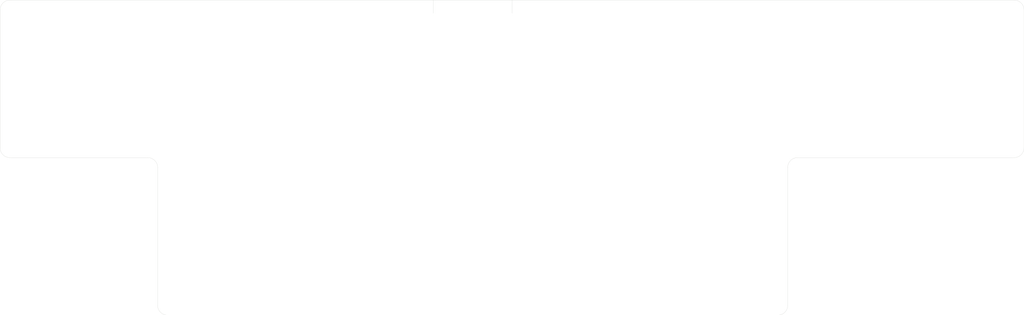
<source format=kicad_pcb>
(kicad_pcb (version 20171130) (host pcbnew "(5.1.9)-1")

  (general
    (thickness 1.6)
    (drawings 20)
    (tracks 0)
    (zones 0)
    (modules 0)
    (nets 1)
  )

  (page A4)
  (layers
    (0 F.Cu signal)
    (31 B.Cu signal)
    (32 B.Adhes user)
    (33 F.Adhes user)
    (34 B.Paste user)
    (35 F.Paste user)
    (36 B.SilkS user)
    (37 F.SilkS user)
    (38 B.Mask user)
    (39 F.Mask user)
    (40 Dwgs.User user)
    (41 Cmts.User user)
    (42 Eco1.User user)
    (43 Eco2.User user)
    (44 Edge.Cuts user)
    (45 Margin user)
    (46 B.CrtYd user)
    (47 F.CrtYd user)
    (48 B.Fab user)
    (49 F.Fab user)
  )

  (setup
    (last_trace_width 0.25)
    (trace_clearance 0.2)
    (zone_clearance 0.508)
    (zone_45_only no)
    (trace_min 0.2)
    (via_size 0.8)
    (via_drill 0.4)
    (via_min_size 0.4)
    (via_min_drill 0.3)
    (uvia_size 0.3)
    (uvia_drill 0.1)
    (uvias_allowed no)
    (uvia_min_size 0.2)
    (uvia_min_drill 0.1)
    (edge_width 0.05)
    (segment_width 0.2)
    (pcb_text_width 0.3)
    (pcb_text_size 1.5 1.5)
    (mod_edge_width 0.12)
    (mod_text_size 1 1)
    (mod_text_width 0.15)
    (pad_size 1.524 1.524)
    (pad_drill 0.762)
    (pad_to_mask_clearance 0)
    (aux_axis_origin 0 0)
    (visible_elements 7FFFFFFF)
    (pcbplotparams
      (layerselection 0x010f0_ffffffff)
      (usegerberextensions true)
      (usegerberattributes false)
      (usegerberadvancedattributes false)
      (creategerberjobfile false)
      (excludeedgelayer true)
      (linewidth 0.100000)
      (plotframeref false)
      (viasonmask false)
      (mode 1)
      (useauxorigin false)
      (hpglpennumber 1)
      (hpglpenspeed 20)
      (hpglpendiameter 15.000000)
      (psnegative false)
      (psa4output false)
      (plotreference true)
      (plotvalue true)
      (plotinvisibletext false)
      (padsonsilk false)
      (subtractmaskfromsilk true)
      (outputformat 1)
      (mirror false)
      (drillshape 0)
      (scaleselection 1)
      (outputdirectory "Gerbers/"))
  )

  (net 0 "")

  (net_class Default "This is the default net class."
    (clearance 0.2)
    (trace_width 0.25)
    (via_dia 0.8)
    (via_drill 0.4)
    (uvia_dia 0.3)
    (uvia_drill 0.1)
  )

  (gr_line (start 132.55625 60.325) (end 30.1625 60.325) (layer Edge.Cuts) (width 0.05) (tstamp 60383AD7))
  (gr_line (start 151.60625 60.325) (end 273.05 60.325) (layer Edge.Cuts) (width 0.05) (tstamp 60383AD3))
  (gr_line (start 151.60625 63.5) (end 151.60625 60.325) (layer Edge.Cuts) (width 0.05))
  (gr_line (start 132.55625 60.325) (end 151.60625 60.325) (layer Edge.Cuts) (width 0.05))
  (gr_line (start 132.55625 60.325) (end 132.55625 63.5) (layer Edge.Cuts) (width 0.05))
  (gr_line (start 220.6625 98.425) (end 273.05 98.425) (layer Edge.Cuts) (width 0.05) (tstamp 600BBA93))
  (gr_line (start 218.28125 134.14375) (end 218.28125 100.80625) (layer Edge.Cuts) (width 0.05) (tstamp 600BBA92))
  (gr_line (start 68.2625 136.525) (end 215.9 136.525) (layer Edge.Cuts) (width 0.05) (tstamp 600BBA91))
  (gr_line (start 65.88125 100.80625) (end 65.88125 134.14375) (layer Edge.Cuts) (width 0.05) (tstamp 600BBA90))
  (gr_line (start 30.1625 98.425) (end 63.5 98.425) (layer Edge.Cuts) (width 0.05) (tstamp 600BBA8F))
  (gr_arc (start 68.2625 134.14375) (end 65.88125 134.14375) (angle -90) (layer Edge.Cuts) (width 0.05))
  (gr_arc (start 215.9 134.14375) (end 215.9 136.525) (angle -90) (layer Edge.Cuts) (width 0.05))
  (gr_arc (start 220.6625 100.80625) (end 220.6625 98.425) (angle -90) (layer Edge.Cuts) (width 0.05))
  (gr_arc (start 63.5 100.80625) (end 65.88125 100.80625) (angle -90) (layer Edge.Cuts) (width 0.05))
  (gr_line (start 275.43125 96.04375) (end 275.43125 62.70625) (layer Edge.Cuts) (width 0.05) (tstamp 600B669A))
  (gr_line (start 27.78125 62.70625) (end 27.78125 96.04375) (layer Edge.Cuts) (width 0.05) (tstamp 600B6694))
  (gr_arc (start 30.1625 62.70625) (end 30.1625 60.325) (angle -90) (layer Edge.Cuts) (width 0.05))
  (gr_arc (start 30.1625 96.04375) (end 27.78125 96.04375) (angle -90) (layer Edge.Cuts) (width 0.05))
  (gr_arc (start 273.05 96.04375) (end 273.05 98.425) (angle -90) (layer Edge.Cuts) (width 0.05))
  (gr_arc (start 273.05 62.70625) (end 275.43125 62.70625) (angle -90) (layer Edge.Cuts) (width 0.05))

)

</source>
